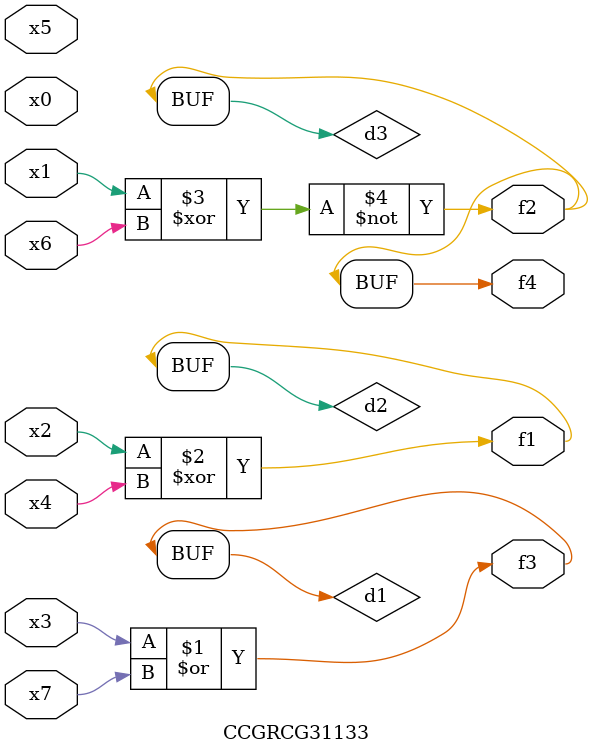
<source format=v>
module CCGRCG31133(
	input x0, x1, x2, x3, x4, x5, x6, x7,
	output f1, f2, f3, f4
);

	wire d1, d2, d3;

	or (d1, x3, x7);
	xor (d2, x2, x4);
	xnor (d3, x1, x6);
	assign f1 = d2;
	assign f2 = d3;
	assign f3 = d1;
	assign f4 = d3;
endmodule

</source>
